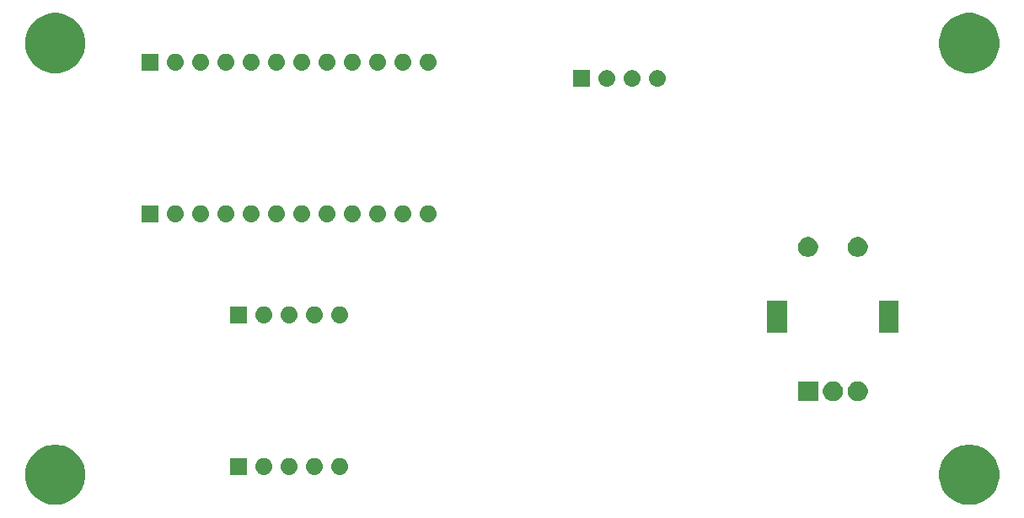
<source format=gbr>
G04 #@! TF.GenerationSoftware,KiCad,Pcbnew,(5.1.2-1)-1*
G04 #@! TF.CreationDate,2019-12-08T19:46:08-05:00*
G04 #@! TF.ProjectId,GR_AVR_Programmer,47525f41-5652-45f5-9072-6f6772616d6d,rev?*
G04 #@! TF.SameCoordinates,Original*
G04 #@! TF.FileFunction,Soldermask,Bot*
G04 #@! TF.FilePolarity,Negative*
%FSLAX46Y46*%
G04 Gerber Fmt 4.6, Leading zero omitted, Abs format (unit mm)*
G04 Created by KiCad (PCBNEW (5.1.2-1)-1) date 2019-12-08 19:46:08*
%MOMM*%
%LPD*%
G04 APERTURE LIST*
%ADD10C,0.152400*%
G04 APERTURE END LIST*
D10*
G36*
X184485172Y-89338028D02*
G01*
X184776902Y-89396057D01*
X185326507Y-89623711D01*
X185821139Y-89954213D01*
X186241787Y-90374861D01*
X186572289Y-90869493D01*
X186799943Y-91419098D01*
X186916000Y-92002557D01*
X186916000Y-92597443D01*
X186799943Y-93180902D01*
X186572289Y-93730507D01*
X186241787Y-94225139D01*
X185821139Y-94645787D01*
X185326507Y-94976289D01*
X184776902Y-95203943D01*
X184485173Y-95261971D01*
X184193444Y-95320000D01*
X183598556Y-95320000D01*
X183306827Y-95261971D01*
X183015098Y-95203943D01*
X182465493Y-94976289D01*
X181970861Y-94645787D01*
X181550213Y-94225139D01*
X181219711Y-93730507D01*
X180992057Y-93180902D01*
X180876000Y-92597443D01*
X180876000Y-92002557D01*
X180992057Y-91419098D01*
X181219711Y-90869493D01*
X181550213Y-90374861D01*
X181970861Y-89954213D01*
X182465493Y-89623711D01*
X183015098Y-89396057D01*
X183306828Y-89338028D01*
X183598556Y-89280000D01*
X184193444Y-89280000D01*
X184485172Y-89338028D01*
X184485172Y-89338028D01*
G37*
G36*
X92664172Y-89338028D02*
G01*
X92955902Y-89396057D01*
X93505507Y-89623711D01*
X94000139Y-89954213D01*
X94420787Y-90374861D01*
X94751289Y-90869493D01*
X94978943Y-91419098D01*
X95095000Y-92002557D01*
X95095000Y-92597443D01*
X94978943Y-93180902D01*
X94751289Y-93730507D01*
X94420787Y-94225139D01*
X94000139Y-94645787D01*
X93505507Y-94976289D01*
X92955902Y-95203943D01*
X92664173Y-95261971D01*
X92372444Y-95320000D01*
X91777556Y-95320000D01*
X91485827Y-95261971D01*
X91194098Y-95203943D01*
X90644493Y-94976289D01*
X90149861Y-94645787D01*
X89729213Y-94225139D01*
X89398711Y-93730507D01*
X89171057Y-93180902D01*
X89055000Y-92597443D01*
X89055000Y-92002557D01*
X89171057Y-91419098D01*
X89398711Y-90869493D01*
X89729213Y-90374861D01*
X90149861Y-89954213D01*
X90644493Y-89623711D01*
X91194098Y-89396057D01*
X91485828Y-89338028D01*
X91777556Y-89280000D01*
X92372444Y-89280000D01*
X92664172Y-89338028D01*
X92664172Y-89338028D01*
G37*
G36*
X120816633Y-90602300D02*
G01*
X120944810Y-90641182D01*
X120976855Y-90650903D01*
X121016319Y-90671997D01*
X121124518Y-90729830D01*
X121253948Y-90836052D01*
X121360170Y-90965482D01*
X121418003Y-91073682D01*
X121439097Y-91113145D01*
X121439097Y-91113146D01*
X121487700Y-91273367D01*
X121504112Y-91440000D01*
X121487700Y-91606633D01*
X121448818Y-91734810D01*
X121439097Y-91766855D01*
X121418003Y-91806318D01*
X121360170Y-91914518D01*
X121253948Y-92043948D01*
X121124518Y-92150170D01*
X121016319Y-92208003D01*
X120976855Y-92229097D01*
X120944810Y-92238818D01*
X120816633Y-92277700D01*
X120691753Y-92290000D01*
X120608247Y-92290000D01*
X120483367Y-92277700D01*
X120355190Y-92238818D01*
X120323145Y-92229097D01*
X120283682Y-92208003D01*
X120175482Y-92150170D01*
X120046052Y-92043948D01*
X119939830Y-91914518D01*
X119881997Y-91806318D01*
X119860903Y-91766855D01*
X119851182Y-91734810D01*
X119812300Y-91606633D01*
X119795888Y-91440000D01*
X119812300Y-91273367D01*
X119860903Y-91113146D01*
X119860903Y-91113145D01*
X119881997Y-91073682D01*
X119939830Y-90965482D01*
X120046052Y-90836052D01*
X120175482Y-90729830D01*
X120283682Y-90671997D01*
X120323145Y-90650903D01*
X120355190Y-90641182D01*
X120483367Y-90602300D01*
X120608247Y-90590000D01*
X120691753Y-90590000D01*
X120816633Y-90602300D01*
X120816633Y-90602300D01*
G37*
G36*
X118276633Y-90602300D02*
G01*
X118404810Y-90641182D01*
X118436855Y-90650903D01*
X118476319Y-90671997D01*
X118584518Y-90729830D01*
X118713948Y-90836052D01*
X118820170Y-90965482D01*
X118878003Y-91073682D01*
X118899097Y-91113145D01*
X118899097Y-91113146D01*
X118947700Y-91273367D01*
X118964112Y-91440000D01*
X118947700Y-91606633D01*
X118908818Y-91734810D01*
X118899097Y-91766855D01*
X118878003Y-91806318D01*
X118820170Y-91914518D01*
X118713948Y-92043948D01*
X118584518Y-92150170D01*
X118476319Y-92208003D01*
X118436855Y-92229097D01*
X118404810Y-92238818D01*
X118276633Y-92277700D01*
X118151753Y-92290000D01*
X118068247Y-92290000D01*
X117943367Y-92277700D01*
X117815190Y-92238818D01*
X117783145Y-92229097D01*
X117743682Y-92208003D01*
X117635482Y-92150170D01*
X117506052Y-92043948D01*
X117399830Y-91914518D01*
X117341997Y-91806318D01*
X117320903Y-91766855D01*
X117311182Y-91734810D01*
X117272300Y-91606633D01*
X117255888Y-91440000D01*
X117272300Y-91273367D01*
X117320903Y-91113146D01*
X117320903Y-91113145D01*
X117341997Y-91073682D01*
X117399830Y-90965482D01*
X117506052Y-90836052D01*
X117635482Y-90729830D01*
X117743682Y-90671997D01*
X117783145Y-90650903D01*
X117815190Y-90641182D01*
X117943367Y-90602300D01*
X118068247Y-90590000D01*
X118151753Y-90590000D01*
X118276633Y-90602300D01*
X118276633Y-90602300D01*
G37*
G36*
X115736633Y-90602300D02*
G01*
X115864810Y-90641182D01*
X115896855Y-90650903D01*
X115936319Y-90671997D01*
X116044518Y-90729830D01*
X116173948Y-90836052D01*
X116280170Y-90965482D01*
X116338003Y-91073682D01*
X116359097Y-91113145D01*
X116359097Y-91113146D01*
X116407700Y-91273367D01*
X116424112Y-91440000D01*
X116407700Y-91606633D01*
X116368818Y-91734810D01*
X116359097Y-91766855D01*
X116338003Y-91806318D01*
X116280170Y-91914518D01*
X116173948Y-92043948D01*
X116044518Y-92150170D01*
X115936319Y-92208003D01*
X115896855Y-92229097D01*
X115864810Y-92238818D01*
X115736633Y-92277700D01*
X115611753Y-92290000D01*
X115528247Y-92290000D01*
X115403367Y-92277700D01*
X115275190Y-92238818D01*
X115243145Y-92229097D01*
X115203682Y-92208003D01*
X115095482Y-92150170D01*
X114966052Y-92043948D01*
X114859830Y-91914518D01*
X114801997Y-91806318D01*
X114780903Y-91766855D01*
X114771182Y-91734810D01*
X114732300Y-91606633D01*
X114715888Y-91440000D01*
X114732300Y-91273367D01*
X114780903Y-91113146D01*
X114780903Y-91113145D01*
X114801997Y-91073682D01*
X114859830Y-90965482D01*
X114966052Y-90836052D01*
X115095482Y-90729830D01*
X115203682Y-90671997D01*
X115243145Y-90650903D01*
X115275190Y-90641182D01*
X115403367Y-90602300D01*
X115528247Y-90590000D01*
X115611753Y-90590000D01*
X115736633Y-90602300D01*
X115736633Y-90602300D01*
G37*
G36*
X113196633Y-90602300D02*
G01*
X113324810Y-90641182D01*
X113356855Y-90650903D01*
X113396319Y-90671997D01*
X113504518Y-90729830D01*
X113633948Y-90836052D01*
X113740170Y-90965482D01*
X113798003Y-91073681D01*
X113819097Y-91113145D01*
X113819097Y-91113146D01*
X113867700Y-91273367D01*
X113884112Y-91440000D01*
X113867700Y-91606633D01*
X113828818Y-91734810D01*
X113819097Y-91766855D01*
X113798003Y-91806318D01*
X113740170Y-91914518D01*
X113633948Y-92043948D01*
X113504518Y-92150170D01*
X113396319Y-92208003D01*
X113356855Y-92229097D01*
X113324810Y-92238818D01*
X113196633Y-92277700D01*
X113071753Y-92290000D01*
X112988247Y-92290000D01*
X112863367Y-92277700D01*
X112735190Y-92238818D01*
X112703145Y-92229097D01*
X112663682Y-92208003D01*
X112555482Y-92150170D01*
X112426052Y-92043948D01*
X112319830Y-91914518D01*
X112261997Y-91806318D01*
X112240903Y-91766855D01*
X112231182Y-91734810D01*
X112192300Y-91606633D01*
X112175888Y-91440000D01*
X112192300Y-91273367D01*
X112240903Y-91113146D01*
X112240903Y-91113145D01*
X112261997Y-91073682D01*
X112319830Y-90965482D01*
X112426052Y-90836052D01*
X112555482Y-90729830D01*
X112663682Y-90671997D01*
X112703145Y-90650903D01*
X112735190Y-90641182D01*
X112863367Y-90602300D01*
X112988247Y-90590000D01*
X113071753Y-90590000D01*
X113196633Y-90602300D01*
X113196633Y-90602300D01*
G37*
G36*
X111340000Y-92290000D02*
G01*
X109640000Y-92290000D01*
X109640000Y-90590000D01*
X111340000Y-90590000D01*
X111340000Y-92290000D01*
X111340000Y-92290000D01*
G37*
G36*
X168700960Y-84886040D02*
G01*
X166700960Y-84886040D01*
X166700960Y-82886040D01*
X168700960Y-82886040D01*
X168700960Y-84886040D01*
X168700960Y-84886040D01*
G37*
G36*
X170492649Y-82924469D02*
G01*
X170674638Y-82999851D01*
X170838423Y-83109289D01*
X170977711Y-83248577D01*
X171087149Y-83412362D01*
X171162531Y-83594351D01*
X171200960Y-83787549D01*
X171200960Y-83984531D01*
X171162531Y-84177729D01*
X171087149Y-84359718D01*
X170977711Y-84523503D01*
X170838423Y-84662791D01*
X170674638Y-84772229D01*
X170492649Y-84847611D01*
X170299451Y-84886040D01*
X170102469Y-84886040D01*
X169909271Y-84847611D01*
X169727282Y-84772229D01*
X169563497Y-84662791D01*
X169424209Y-84523503D01*
X169314771Y-84359718D01*
X169239389Y-84177729D01*
X169200960Y-83984531D01*
X169200960Y-83787549D01*
X169239389Y-83594351D01*
X169314771Y-83412362D01*
X169424209Y-83248577D01*
X169563497Y-83109289D01*
X169727282Y-82999851D01*
X169909271Y-82924469D01*
X170102469Y-82886040D01*
X170299451Y-82886040D01*
X170492649Y-82924469D01*
X170492649Y-82924469D01*
G37*
G36*
X172992649Y-82924469D02*
G01*
X173174638Y-82999851D01*
X173338423Y-83109289D01*
X173477711Y-83248577D01*
X173587149Y-83412362D01*
X173662531Y-83594351D01*
X173700960Y-83787549D01*
X173700960Y-83984531D01*
X173662531Y-84177729D01*
X173587149Y-84359718D01*
X173477711Y-84523503D01*
X173338423Y-84662791D01*
X173174638Y-84772229D01*
X172992649Y-84847611D01*
X172799451Y-84886040D01*
X172602469Y-84886040D01*
X172409271Y-84847611D01*
X172227282Y-84772229D01*
X172063497Y-84662791D01*
X171924209Y-84523503D01*
X171814771Y-84359718D01*
X171739389Y-84177729D01*
X171700960Y-83984531D01*
X171700960Y-83787549D01*
X171739389Y-83594351D01*
X171814771Y-83412362D01*
X171924209Y-83248577D01*
X172063497Y-83109289D01*
X172227282Y-82999851D01*
X172409271Y-82924469D01*
X172602469Y-82886040D01*
X172799451Y-82886040D01*
X172992649Y-82924469D01*
X172992649Y-82924469D01*
G37*
G36*
X165600960Y-77986040D02*
G01*
X163600960Y-77986040D01*
X163600960Y-74786040D01*
X165600960Y-74786040D01*
X165600960Y-77986040D01*
X165600960Y-77986040D01*
G37*
G36*
X176800960Y-77986040D02*
G01*
X174800960Y-77986040D01*
X174800960Y-74786040D01*
X176800960Y-74786040D01*
X176800960Y-77986040D01*
X176800960Y-77986040D01*
G37*
G36*
X113196633Y-75362300D02*
G01*
X113324810Y-75401182D01*
X113356855Y-75410903D01*
X113396319Y-75431997D01*
X113504518Y-75489830D01*
X113633948Y-75596052D01*
X113740170Y-75725482D01*
X113798003Y-75833682D01*
X113819097Y-75873145D01*
X113819097Y-75873146D01*
X113867700Y-76033367D01*
X113884112Y-76200000D01*
X113867700Y-76366633D01*
X113828818Y-76494810D01*
X113819097Y-76526855D01*
X113798003Y-76566318D01*
X113740170Y-76674518D01*
X113633948Y-76803948D01*
X113504518Y-76910170D01*
X113396319Y-76968003D01*
X113356855Y-76989097D01*
X113324810Y-76998818D01*
X113196633Y-77037700D01*
X113071753Y-77050000D01*
X112988247Y-77050000D01*
X112863367Y-77037700D01*
X112735190Y-76998818D01*
X112703145Y-76989097D01*
X112663681Y-76968003D01*
X112555482Y-76910170D01*
X112426052Y-76803948D01*
X112319830Y-76674518D01*
X112261997Y-76566318D01*
X112240903Y-76526855D01*
X112231182Y-76494810D01*
X112192300Y-76366633D01*
X112175888Y-76200000D01*
X112192300Y-76033367D01*
X112240903Y-75873146D01*
X112240903Y-75873145D01*
X112261997Y-75833682D01*
X112319830Y-75725482D01*
X112426052Y-75596052D01*
X112555482Y-75489830D01*
X112663681Y-75431997D01*
X112703145Y-75410903D01*
X112735190Y-75401182D01*
X112863367Y-75362300D01*
X112988247Y-75350000D01*
X113071753Y-75350000D01*
X113196633Y-75362300D01*
X113196633Y-75362300D01*
G37*
G36*
X111340000Y-77050000D02*
G01*
X109640000Y-77050000D01*
X109640000Y-75350000D01*
X111340000Y-75350000D01*
X111340000Y-77050000D01*
X111340000Y-77050000D01*
G37*
G36*
X115736633Y-75362300D02*
G01*
X115864810Y-75401182D01*
X115896855Y-75410903D01*
X115936319Y-75431997D01*
X116044518Y-75489830D01*
X116173948Y-75596052D01*
X116280170Y-75725482D01*
X116338003Y-75833682D01*
X116359097Y-75873145D01*
X116359097Y-75873146D01*
X116407700Y-76033367D01*
X116424112Y-76200000D01*
X116407700Y-76366633D01*
X116368818Y-76494810D01*
X116359097Y-76526855D01*
X116338003Y-76566318D01*
X116280170Y-76674518D01*
X116173948Y-76803948D01*
X116044518Y-76910170D01*
X115936319Y-76968003D01*
X115896855Y-76989097D01*
X115864810Y-76998818D01*
X115736633Y-77037700D01*
X115611753Y-77050000D01*
X115528247Y-77050000D01*
X115403367Y-77037700D01*
X115275190Y-76998818D01*
X115243145Y-76989097D01*
X115203681Y-76968003D01*
X115095482Y-76910170D01*
X114966052Y-76803948D01*
X114859830Y-76674518D01*
X114801997Y-76566318D01*
X114780903Y-76526855D01*
X114771182Y-76494810D01*
X114732300Y-76366633D01*
X114715888Y-76200000D01*
X114732300Y-76033367D01*
X114780903Y-75873146D01*
X114780903Y-75873145D01*
X114801997Y-75833682D01*
X114859830Y-75725482D01*
X114966052Y-75596052D01*
X115095482Y-75489830D01*
X115203681Y-75431997D01*
X115243145Y-75410903D01*
X115275190Y-75401182D01*
X115403367Y-75362300D01*
X115528247Y-75350000D01*
X115611753Y-75350000D01*
X115736633Y-75362300D01*
X115736633Y-75362300D01*
G37*
G36*
X118276633Y-75362300D02*
G01*
X118404810Y-75401182D01*
X118436855Y-75410903D01*
X118476319Y-75431997D01*
X118584518Y-75489830D01*
X118713948Y-75596052D01*
X118820170Y-75725482D01*
X118878003Y-75833682D01*
X118899097Y-75873145D01*
X118899097Y-75873146D01*
X118947700Y-76033367D01*
X118964112Y-76200000D01*
X118947700Y-76366633D01*
X118908818Y-76494810D01*
X118899097Y-76526855D01*
X118878003Y-76566318D01*
X118820170Y-76674518D01*
X118713948Y-76803948D01*
X118584518Y-76910170D01*
X118476319Y-76968003D01*
X118436855Y-76989097D01*
X118404810Y-76998818D01*
X118276633Y-77037700D01*
X118151753Y-77050000D01*
X118068247Y-77050000D01*
X117943367Y-77037700D01*
X117815190Y-76998818D01*
X117783145Y-76989097D01*
X117743681Y-76968003D01*
X117635482Y-76910170D01*
X117506052Y-76803948D01*
X117399830Y-76674518D01*
X117341997Y-76566318D01*
X117320903Y-76526855D01*
X117311182Y-76494810D01*
X117272300Y-76366633D01*
X117255888Y-76200000D01*
X117272300Y-76033367D01*
X117320903Y-75873146D01*
X117320903Y-75873145D01*
X117341997Y-75833682D01*
X117399830Y-75725482D01*
X117506052Y-75596052D01*
X117635482Y-75489830D01*
X117743681Y-75431997D01*
X117783145Y-75410903D01*
X117815190Y-75401182D01*
X117943367Y-75362300D01*
X118068247Y-75350000D01*
X118151753Y-75350000D01*
X118276633Y-75362300D01*
X118276633Y-75362300D01*
G37*
G36*
X120816633Y-75362300D02*
G01*
X120944810Y-75401182D01*
X120976855Y-75410903D01*
X121016319Y-75431997D01*
X121124518Y-75489830D01*
X121253948Y-75596052D01*
X121360170Y-75725482D01*
X121418003Y-75833682D01*
X121439097Y-75873145D01*
X121439097Y-75873146D01*
X121487700Y-76033367D01*
X121504112Y-76200000D01*
X121487700Y-76366633D01*
X121448818Y-76494810D01*
X121439097Y-76526855D01*
X121418003Y-76566318D01*
X121360170Y-76674518D01*
X121253948Y-76803948D01*
X121124518Y-76910170D01*
X121016319Y-76968003D01*
X120976855Y-76989097D01*
X120944810Y-76998818D01*
X120816633Y-77037700D01*
X120691753Y-77050000D01*
X120608247Y-77050000D01*
X120483367Y-77037700D01*
X120355190Y-76998818D01*
X120323145Y-76989097D01*
X120283681Y-76968003D01*
X120175482Y-76910170D01*
X120046052Y-76803948D01*
X119939830Y-76674518D01*
X119881997Y-76566318D01*
X119860903Y-76526855D01*
X119851182Y-76494810D01*
X119812300Y-76366633D01*
X119795888Y-76200000D01*
X119812300Y-76033367D01*
X119860903Y-75873146D01*
X119860903Y-75873145D01*
X119881997Y-75833682D01*
X119939830Y-75725482D01*
X120046052Y-75596052D01*
X120175482Y-75489830D01*
X120283681Y-75431997D01*
X120323145Y-75410903D01*
X120355190Y-75401182D01*
X120483367Y-75362300D01*
X120608247Y-75350000D01*
X120691753Y-75350000D01*
X120816633Y-75362300D01*
X120816633Y-75362300D01*
G37*
G36*
X172992649Y-68424469D02*
G01*
X173174638Y-68499851D01*
X173338423Y-68609289D01*
X173477711Y-68748577D01*
X173587149Y-68912362D01*
X173662531Y-69094351D01*
X173700960Y-69287549D01*
X173700960Y-69484531D01*
X173662531Y-69677729D01*
X173587149Y-69859718D01*
X173477711Y-70023503D01*
X173338423Y-70162791D01*
X173174638Y-70272229D01*
X172992649Y-70347611D01*
X172799451Y-70386040D01*
X172602469Y-70386040D01*
X172409271Y-70347611D01*
X172227282Y-70272229D01*
X172063497Y-70162791D01*
X171924209Y-70023503D01*
X171814771Y-69859718D01*
X171739389Y-69677729D01*
X171700960Y-69484531D01*
X171700960Y-69287549D01*
X171739389Y-69094351D01*
X171814771Y-68912362D01*
X171924209Y-68748577D01*
X172063497Y-68609289D01*
X172227282Y-68499851D01*
X172409271Y-68424469D01*
X172602469Y-68386040D01*
X172799451Y-68386040D01*
X172992649Y-68424469D01*
X172992649Y-68424469D01*
G37*
G36*
X167992649Y-68424469D02*
G01*
X168174638Y-68499851D01*
X168338423Y-68609289D01*
X168477711Y-68748577D01*
X168587149Y-68912362D01*
X168662531Y-69094351D01*
X168700960Y-69287549D01*
X168700960Y-69484531D01*
X168662531Y-69677729D01*
X168587149Y-69859718D01*
X168477711Y-70023503D01*
X168338423Y-70162791D01*
X168174638Y-70272229D01*
X167992649Y-70347611D01*
X167799451Y-70386040D01*
X167602469Y-70386040D01*
X167409271Y-70347611D01*
X167227282Y-70272229D01*
X167063497Y-70162791D01*
X166924209Y-70023503D01*
X166814771Y-69859718D01*
X166739389Y-69677729D01*
X166700960Y-69484531D01*
X166700960Y-69287549D01*
X166739389Y-69094351D01*
X166814771Y-68912362D01*
X166924209Y-68748577D01*
X167063497Y-68609289D01*
X167227282Y-68499851D01*
X167409271Y-68424469D01*
X167602469Y-68386040D01*
X167799451Y-68386040D01*
X167992649Y-68424469D01*
X167992649Y-68424469D01*
G37*
G36*
X109386633Y-65202300D02*
G01*
X109514810Y-65241182D01*
X109546855Y-65250903D01*
X109586318Y-65271997D01*
X109694518Y-65329830D01*
X109823948Y-65436052D01*
X109930170Y-65565482D01*
X109988003Y-65673682D01*
X110009097Y-65713145D01*
X110009097Y-65713146D01*
X110057700Y-65873367D01*
X110074112Y-66040000D01*
X110057700Y-66206633D01*
X110018818Y-66334810D01*
X110009097Y-66366855D01*
X109988003Y-66406318D01*
X109930170Y-66514518D01*
X109823948Y-66643948D01*
X109694518Y-66750170D01*
X109586319Y-66808003D01*
X109546855Y-66829097D01*
X109514810Y-66838818D01*
X109386633Y-66877700D01*
X109261753Y-66890000D01*
X109178247Y-66890000D01*
X109053367Y-66877700D01*
X108925190Y-66838818D01*
X108893145Y-66829097D01*
X108853681Y-66808003D01*
X108745482Y-66750170D01*
X108616052Y-66643948D01*
X108509830Y-66514518D01*
X108451997Y-66406318D01*
X108430903Y-66366855D01*
X108421182Y-66334810D01*
X108382300Y-66206633D01*
X108365888Y-66040000D01*
X108382300Y-65873367D01*
X108430903Y-65713146D01*
X108430903Y-65713145D01*
X108451997Y-65673682D01*
X108509830Y-65565482D01*
X108616052Y-65436052D01*
X108745482Y-65329830D01*
X108853682Y-65271997D01*
X108893145Y-65250903D01*
X108925190Y-65241182D01*
X109053367Y-65202300D01*
X109178247Y-65190000D01*
X109261753Y-65190000D01*
X109386633Y-65202300D01*
X109386633Y-65202300D01*
G37*
G36*
X114466633Y-65202300D02*
G01*
X114594810Y-65241182D01*
X114626855Y-65250903D01*
X114666318Y-65271997D01*
X114774518Y-65329830D01*
X114903948Y-65436052D01*
X115010170Y-65565482D01*
X115068003Y-65673682D01*
X115089097Y-65713145D01*
X115089097Y-65713146D01*
X115137700Y-65873367D01*
X115154112Y-66040000D01*
X115137700Y-66206633D01*
X115098818Y-66334810D01*
X115089097Y-66366855D01*
X115068003Y-66406318D01*
X115010170Y-66514518D01*
X114903948Y-66643948D01*
X114774518Y-66750170D01*
X114666319Y-66808003D01*
X114626855Y-66829097D01*
X114594810Y-66838818D01*
X114466633Y-66877700D01*
X114341753Y-66890000D01*
X114258247Y-66890000D01*
X114133367Y-66877700D01*
X114005190Y-66838818D01*
X113973145Y-66829097D01*
X113933681Y-66808003D01*
X113825482Y-66750170D01*
X113696052Y-66643948D01*
X113589830Y-66514518D01*
X113531997Y-66406318D01*
X113510903Y-66366855D01*
X113501182Y-66334810D01*
X113462300Y-66206633D01*
X113445888Y-66040000D01*
X113462300Y-65873367D01*
X113510903Y-65713146D01*
X113510903Y-65713145D01*
X113531997Y-65673682D01*
X113589830Y-65565482D01*
X113696052Y-65436052D01*
X113825482Y-65329830D01*
X113933682Y-65271997D01*
X113973145Y-65250903D01*
X114005190Y-65241182D01*
X114133367Y-65202300D01*
X114258247Y-65190000D01*
X114341753Y-65190000D01*
X114466633Y-65202300D01*
X114466633Y-65202300D01*
G37*
G36*
X129706633Y-65202300D02*
G01*
X129834810Y-65241182D01*
X129866855Y-65250903D01*
X129906318Y-65271997D01*
X130014518Y-65329830D01*
X130143948Y-65436052D01*
X130250170Y-65565482D01*
X130308003Y-65673682D01*
X130329097Y-65713145D01*
X130329097Y-65713146D01*
X130377700Y-65873367D01*
X130394112Y-66040000D01*
X130377700Y-66206633D01*
X130338818Y-66334810D01*
X130329097Y-66366855D01*
X130308003Y-66406318D01*
X130250170Y-66514518D01*
X130143948Y-66643948D01*
X130014518Y-66750170D01*
X129906319Y-66808003D01*
X129866855Y-66829097D01*
X129834810Y-66838818D01*
X129706633Y-66877700D01*
X129581753Y-66890000D01*
X129498247Y-66890000D01*
X129373367Y-66877700D01*
X129245190Y-66838818D01*
X129213145Y-66829097D01*
X129173681Y-66808003D01*
X129065482Y-66750170D01*
X128936052Y-66643948D01*
X128829830Y-66514518D01*
X128771997Y-66406318D01*
X128750903Y-66366855D01*
X128741182Y-66334810D01*
X128702300Y-66206633D01*
X128685888Y-66040000D01*
X128702300Y-65873367D01*
X128750903Y-65713146D01*
X128750903Y-65713145D01*
X128771997Y-65673682D01*
X128829830Y-65565482D01*
X128936052Y-65436052D01*
X129065482Y-65329830D01*
X129173682Y-65271997D01*
X129213145Y-65250903D01*
X129245190Y-65241182D01*
X129373367Y-65202300D01*
X129498247Y-65190000D01*
X129581753Y-65190000D01*
X129706633Y-65202300D01*
X129706633Y-65202300D01*
G37*
G36*
X127166633Y-65202300D02*
G01*
X127294810Y-65241182D01*
X127326855Y-65250903D01*
X127366318Y-65271997D01*
X127474518Y-65329830D01*
X127603948Y-65436052D01*
X127710170Y-65565482D01*
X127768003Y-65673682D01*
X127789097Y-65713145D01*
X127789097Y-65713146D01*
X127837700Y-65873367D01*
X127854112Y-66040000D01*
X127837700Y-66206633D01*
X127798818Y-66334810D01*
X127789097Y-66366855D01*
X127768003Y-66406318D01*
X127710170Y-66514518D01*
X127603948Y-66643948D01*
X127474518Y-66750170D01*
X127366319Y-66808003D01*
X127326855Y-66829097D01*
X127294810Y-66838818D01*
X127166633Y-66877700D01*
X127041753Y-66890000D01*
X126958247Y-66890000D01*
X126833367Y-66877700D01*
X126705190Y-66838818D01*
X126673145Y-66829097D01*
X126633681Y-66808003D01*
X126525482Y-66750170D01*
X126396052Y-66643948D01*
X126289830Y-66514518D01*
X126231997Y-66406318D01*
X126210903Y-66366855D01*
X126201182Y-66334810D01*
X126162300Y-66206633D01*
X126145888Y-66040000D01*
X126162300Y-65873367D01*
X126210903Y-65713146D01*
X126210903Y-65713145D01*
X126231997Y-65673682D01*
X126289830Y-65565482D01*
X126396052Y-65436052D01*
X126525482Y-65329830D01*
X126633682Y-65271997D01*
X126673145Y-65250903D01*
X126705190Y-65241182D01*
X126833367Y-65202300D01*
X126958247Y-65190000D01*
X127041753Y-65190000D01*
X127166633Y-65202300D01*
X127166633Y-65202300D01*
G37*
G36*
X124626633Y-65202300D02*
G01*
X124754810Y-65241182D01*
X124786855Y-65250903D01*
X124826318Y-65271997D01*
X124934518Y-65329830D01*
X125063948Y-65436052D01*
X125170170Y-65565482D01*
X125228003Y-65673682D01*
X125249097Y-65713145D01*
X125249097Y-65713146D01*
X125297700Y-65873367D01*
X125314112Y-66040000D01*
X125297700Y-66206633D01*
X125258818Y-66334810D01*
X125249097Y-66366855D01*
X125228003Y-66406318D01*
X125170170Y-66514518D01*
X125063948Y-66643948D01*
X124934518Y-66750170D01*
X124826319Y-66808003D01*
X124786855Y-66829097D01*
X124754810Y-66838818D01*
X124626633Y-66877700D01*
X124501753Y-66890000D01*
X124418247Y-66890000D01*
X124293367Y-66877700D01*
X124165190Y-66838818D01*
X124133145Y-66829097D01*
X124093681Y-66808003D01*
X123985482Y-66750170D01*
X123856052Y-66643948D01*
X123749830Y-66514518D01*
X123691997Y-66406318D01*
X123670903Y-66366855D01*
X123661182Y-66334810D01*
X123622300Y-66206633D01*
X123605888Y-66040000D01*
X123622300Y-65873367D01*
X123670903Y-65713146D01*
X123670903Y-65713145D01*
X123691997Y-65673682D01*
X123749830Y-65565482D01*
X123856052Y-65436052D01*
X123985482Y-65329830D01*
X124093682Y-65271997D01*
X124133145Y-65250903D01*
X124165190Y-65241182D01*
X124293367Y-65202300D01*
X124418247Y-65190000D01*
X124501753Y-65190000D01*
X124626633Y-65202300D01*
X124626633Y-65202300D01*
G37*
G36*
X122086633Y-65202300D02*
G01*
X122214810Y-65241182D01*
X122246855Y-65250903D01*
X122286318Y-65271997D01*
X122394518Y-65329830D01*
X122523948Y-65436052D01*
X122630170Y-65565482D01*
X122688003Y-65673682D01*
X122709097Y-65713145D01*
X122709097Y-65713146D01*
X122757700Y-65873367D01*
X122774112Y-66040000D01*
X122757700Y-66206633D01*
X122718818Y-66334810D01*
X122709097Y-66366855D01*
X122688003Y-66406318D01*
X122630170Y-66514518D01*
X122523948Y-66643948D01*
X122394518Y-66750170D01*
X122286319Y-66808003D01*
X122246855Y-66829097D01*
X122214810Y-66838818D01*
X122086633Y-66877700D01*
X121961753Y-66890000D01*
X121878247Y-66890000D01*
X121753367Y-66877700D01*
X121625190Y-66838818D01*
X121593145Y-66829097D01*
X121553681Y-66808003D01*
X121445482Y-66750170D01*
X121316052Y-66643948D01*
X121209830Y-66514518D01*
X121151997Y-66406318D01*
X121130903Y-66366855D01*
X121121182Y-66334810D01*
X121082300Y-66206633D01*
X121065888Y-66040000D01*
X121082300Y-65873367D01*
X121130903Y-65713146D01*
X121130903Y-65713145D01*
X121151997Y-65673682D01*
X121209830Y-65565482D01*
X121316052Y-65436052D01*
X121445482Y-65329830D01*
X121553682Y-65271997D01*
X121593145Y-65250903D01*
X121625190Y-65241182D01*
X121753367Y-65202300D01*
X121878247Y-65190000D01*
X121961753Y-65190000D01*
X122086633Y-65202300D01*
X122086633Y-65202300D01*
G37*
G36*
X119546633Y-65202300D02*
G01*
X119674810Y-65241182D01*
X119706855Y-65250903D01*
X119746318Y-65271997D01*
X119854518Y-65329830D01*
X119983948Y-65436052D01*
X120090170Y-65565482D01*
X120148003Y-65673682D01*
X120169097Y-65713145D01*
X120169097Y-65713146D01*
X120217700Y-65873367D01*
X120234112Y-66040000D01*
X120217700Y-66206633D01*
X120178818Y-66334810D01*
X120169097Y-66366855D01*
X120148003Y-66406318D01*
X120090170Y-66514518D01*
X119983948Y-66643948D01*
X119854518Y-66750170D01*
X119746319Y-66808003D01*
X119706855Y-66829097D01*
X119674810Y-66838818D01*
X119546633Y-66877700D01*
X119421753Y-66890000D01*
X119338247Y-66890000D01*
X119213367Y-66877700D01*
X119085190Y-66838818D01*
X119053145Y-66829097D01*
X119013681Y-66808003D01*
X118905482Y-66750170D01*
X118776052Y-66643948D01*
X118669830Y-66514518D01*
X118611997Y-66406318D01*
X118590903Y-66366855D01*
X118581182Y-66334810D01*
X118542300Y-66206633D01*
X118525888Y-66040000D01*
X118542300Y-65873367D01*
X118590903Y-65713146D01*
X118590903Y-65713145D01*
X118611997Y-65673682D01*
X118669830Y-65565482D01*
X118776052Y-65436052D01*
X118905482Y-65329830D01*
X119013682Y-65271997D01*
X119053145Y-65250903D01*
X119085190Y-65241182D01*
X119213367Y-65202300D01*
X119338247Y-65190000D01*
X119421753Y-65190000D01*
X119546633Y-65202300D01*
X119546633Y-65202300D01*
G37*
G36*
X117006633Y-65202300D02*
G01*
X117134810Y-65241182D01*
X117166855Y-65250903D01*
X117206318Y-65271997D01*
X117314518Y-65329830D01*
X117443948Y-65436052D01*
X117550170Y-65565482D01*
X117608003Y-65673682D01*
X117629097Y-65713145D01*
X117629097Y-65713146D01*
X117677700Y-65873367D01*
X117694112Y-66040000D01*
X117677700Y-66206633D01*
X117638818Y-66334810D01*
X117629097Y-66366855D01*
X117608003Y-66406318D01*
X117550170Y-66514518D01*
X117443948Y-66643948D01*
X117314518Y-66750170D01*
X117206319Y-66808003D01*
X117166855Y-66829097D01*
X117134810Y-66838818D01*
X117006633Y-66877700D01*
X116881753Y-66890000D01*
X116798247Y-66890000D01*
X116673367Y-66877700D01*
X116545190Y-66838818D01*
X116513145Y-66829097D01*
X116473681Y-66808003D01*
X116365482Y-66750170D01*
X116236052Y-66643948D01*
X116129830Y-66514518D01*
X116071997Y-66406318D01*
X116050903Y-66366855D01*
X116041182Y-66334810D01*
X116002300Y-66206633D01*
X115985888Y-66040000D01*
X116002300Y-65873367D01*
X116050903Y-65713146D01*
X116050903Y-65713145D01*
X116071997Y-65673682D01*
X116129830Y-65565482D01*
X116236052Y-65436052D01*
X116365482Y-65329830D01*
X116473682Y-65271997D01*
X116513145Y-65250903D01*
X116545190Y-65241182D01*
X116673367Y-65202300D01*
X116798247Y-65190000D01*
X116881753Y-65190000D01*
X117006633Y-65202300D01*
X117006633Y-65202300D01*
G37*
G36*
X102450000Y-66890000D02*
G01*
X100750000Y-66890000D01*
X100750000Y-65190000D01*
X102450000Y-65190000D01*
X102450000Y-66890000D01*
X102450000Y-66890000D01*
G37*
G36*
X104306633Y-65202300D02*
G01*
X104434810Y-65241182D01*
X104466855Y-65250903D01*
X104506318Y-65271997D01*
X104614518Y-65329830D01*
X104743948Y-65436052D01*
X104850170Y-65565482D01*
X104908003Y-65673682D01*
X104929097Y-65713145D01*
X104929097Y-65713146D01*
X104977700Y-65873367D01*
X104994112Y-66040000D01*
X104977700Y-66206633D01*
X104938818Y-66334810D01*
X104929097Y-66366855D01*
X104908003Y-66406318D01*
X104850170Y-66514518D01*
X104743948Y-66643948D01*
X104614518Y-66750170D01*
X104506319Y-66808003D01*
X104466855Y-66829097D01*
X104434810Y-66838818D01*
X104306633Y-66877700D01*
X104181753Y-66890000D01*
X104098247Y-66890000D01*
X103973367Y-66877700D01*
X103845190Y-66838818D01*
X103813145Y-66829097D01*
X103773681Y-66808003D01*
X103665482Y-66750170D01*
X103536052Y-66643948D01*
X103429830Y-66514518D01*
X103371997Y-66406318D01*
X103350903Y-66366855D01*
X103341182Y-66334810D01*
X103302300Y-66206633D01*
X103285888Y-66040000D01*
X103302300Y-65873367D01*
X103350903Y-65713146D01*
X103350903Y-65713145D01*
X103371997Y-65673682D01*
X103429830Y-65565482D01*
X103536052Y-65436052D01*
X103665482Y-65329830D01*
X103773682Y-65271997D01*
X103813145Y-65250903D01*
X103845190Y-65241182D01*
X103973367Y-65202300D01*
X104098247Y-65190000D01*
X104181753Y-65190000D01*
X104306633Y-65202300D01*
X104306633Y-65202300D01*
G37*
G36*
X106846633Y-65202300D02*
G01*
X106974810Y-65241182D01*
X107006855Y-65250903D01*
X107046318Y-65271997D01*
X107154518Y-65329830D01*
X107283948Y-65436052D01*
X107390170Y-65565482D01*
X107448003Y-65673682D01*
X107469097Y-65713145D01*
X107469097Y-65713146D01*
X107517700Y-65873367D01*
X107534112Y-66040000D01*
X107517700Y-66206633D01*
X107478818Y-66334810D01*
X107469097Y-66366855D01*
X107448003Y-66406318D01*
X107390170Y-66514518D01*
X107283948Y-66643948D01*
X107154518Y-66750170D01*
X107046319Y-66808003D01*
X107006855Y-66829097D01*
X106974810Y-66838818D01*
X106846633Y-66877700D01*
X106721753Y-66890000D01*
X106638247Y-66890000D01*
X106513367Y-66877700D01*
X106385190Y-66838818D01*
X106353145Y-66829097D01*
X106313681Y-66808003D01*
X106205482Y-66750170D01*
X106076052Y-66643948D01*
X105969830Y-66514518D01*
X105911997Y-66406318D01*
X105890903Y-66366855D01*
X105881182Y-66334810D01*
X105842300Y-66206633D01*
X105825888Y-66040000D01*
X105842300Y-65873367D01*
X105890903Y-65713146D01*
X105890903Y-65713145D01*
X105911997Y-65673682D01*
X105969830Y-65565482D01*
X106076052Y-65436052D01*
X106205482Y-65329830D01*
X106313682Y-65271997D01*
X106353145Y-65250903D01*
X106385190Y-65241182D01*
X106513367Y-65202300D01*
X106638247Y-65190000D01*
X106721753Y-65190000D01*
X106846633Y-65202300D01*
X106846633Y-65202300D01*
G37*
G36*
X111926633Y-65202300D02*
G01*
X112054810Y-65241182D01*
X112086855Y-65250903D01*
X112126318Y-65271997D01*
X112234518Y-65329830D01*
X112363948Y-65436052D01*
X112470170Y-65565482D01*
X112528003Y-65673682D01*
X112549097Y-65713145D01*
X112549097Y-65713146D01*
X112597700Y-65873367D01*
X112614112Y-66040000D01*
X112597700Y-66206633D01*
X112558818Y-66334810D01*
X112549097Y-66366855D01*
X112528003Y-66406318D01*
X112470170Y-66514518D01*
X112363948Y-66643948D01*
X112234518Y-66750170D01*
X112126319Y-66808003D01*
X112086855Y-66829097D01*
X112054810Y-66838818D01*
X111926633Y-66877700D01*
X111801753Y-66890000D01*
X111718247Y-66890000D01*
X111593367Y-66877700D01*
X111465190Y-66838818D01*
X111433145Y-66829097D01*
X111393681Y-66808003D01*
X111285482Y-66750170D01*
X111156052Y-66643948D01*
X111049830Y-66514518D01*
X110991997Y-66406318D01*
X110970903Y-66366855D01*
X110961182Y-66334810D01*
X110922300Y-66206633D01*
X110905888Y-66040000D01*
X110922300Y-65873367D01*
X110970903Y-65713146D01*
X110970903Y-65713145D01*
X110991997Y-65673682D01*
X111049830Y-65565482D01*
X111156052Y-65436052D01*
X111285482Y-65329830D01*
X111393682Y-65271997D01*
X111433145Y-65250903D01*
X111465190Y-65241182D01*
X111593367Y-65202300D01*
X111718247Y-65190000D01*
X111801753Y-65190000D01*
X111926633Y-65202300D01*
X111926633Y-65202300D01*
G37*
G36*
X145797640Y-53285760D02*
G01*
X144097640Y-53285760D01*
X144097640Y-51585760D01*
X145797640Y-51585760D01*
X145797640Y-53285760D01*
X145797640Y-53285760D01*
G37*
G36*
X147654273Y-51598060D02*
G01*
X147782450Y-51636942D01*
X147814495Y-51646663D01*
X147853959Y-51667757D01*
X147962158Y-51725590D01*
X148091588Y-51831812D01*
X148197810Y-51961242D01*
X148255643Y-52069442D01*
X148276737Y-52108905D01*
X148276737Y-52108906D01*
X148325340Y-52269127D01*
X148341752Y-52435760D01*
X148325340Y-52602393D01*
X148286458Y-52730570D01*
X148276737Y-52762615D01*
X148255643Y-52802079D01*
X148197810Y-52910278D01*
X148091588Y-53039708D01*
X147962158Y-53145930D01*
X147853958Y-53203763D01*
X147814495Y-53224857D01*
X147782450Y-53234578D01*
X147654273Y-53273460D01*
X147529393Y-53285760D01*
X147445887Y-53285760D01*
X147321007Y-53273460D01*
X147192830Y-53234578D01*
X147160785Y-53224857D01*
X147121322Y-53203763D01*
X147013122Y-53145930D01*
X146883692Y-53039708D01*
X146777470Y-52910278D01*
X146719637Y-52802078D01*
X146698543Y-52762615D01*
X146688822Y-52730570D01*
X146649940Y-52602393D01*
X146633528Y-52435760D01*
X146649940Y-52269127D01*
X146698543Y-52108906D01*
X146698543Y-52108905D01*
X146719637Y-52069441D01*
X146777470Y-51961242D01*
X146883692Y-51831812D01*
X147013122Y-51725590D01*
X147121321Y-51667757D01*
X147160785Y-51646663D01*
X147192830Y-51636942D01*
X147321007Y-51598060D01*
X147445887Y-51585760D01*
X147529393Y-51585760D01*
X147654273Y-51598060D01*
X147654273Y-51598060D01*
G37*
G36*
X150194273Y-51598060D02*
G01*
X150322450Y-51636942D01*
X150354495Y-51646663D01*
X150393959Y-51667757D01*
X150502158Y-51725590D01*
X150631588Y-51831812D01*
X150737810Y-51961242D01*
X150795643Y-52069442D01*
X150816737Y-52108905D01*
X150816737Y-52108906D01*
X150865340Y-52269127D01*
X150881752Y-52435760D01*
X150865340Y-52602393D01*
X150826458Y-52730570D01*
X150816737Y-52762615D01*
X150795643Y-52802079D01*
X150737810Y-52910278D01*
X150631588Y-53039708D01*
X150502158Y-53145930D01*
X150393958Y-53203763D01*
X150354495Y-53224857D01*
X150322450Y-53234578D01*
X150194273Y-53273460D01*
X150069393Y-53285760D01*
X149985887Y-53285760D01*
X149861007Y-53273460D01*
X149732830Y-53234578D01*
X149700785Y-53224857D01*
X149661322Y-53203763D01*
X149553122Y-53145930D01*
X149423692Y-53039708D01*
X149317470Y-52910278D01*
X149259637Y-52802078D01*
X149238543Y-52762615D01*
X149228822Y-52730570D01*
X149189940Y-52602393D01*
X149173528Y-52435760D01*
X149189940Y-52269127D01*
X149238543Y-52108906D01*
X149238543Y-52108905D01*
X149259637Y-52069441D01*
X149317470Y-51961242D01*
X149423692Y-51831812D01*
X149553122Y-51725590D01*
X149661321Y-51667757D01*
X149700785Y-51646663D01*
X149732830Y-51636942D01*
X149861007Y-51598060D01*
X149985887Y-51585760D01*
X150069393Y-51585760D01*
X150194273Y-51598060D01*
X150194273Y-51598060D01*
G37*
G36*
X152734273Y-51598060D02*
G01*
X152862450Y-51636942D01*
X152894495Y-51646663D01*
X152933959Y-51667757D01*
X153042158Y-51725590D01*
X153171588Y-51831812D01*
X153277810Y-51961242D01*
X153335643Y-52069442D01*
X153356737Y-52108905D01*
X153356737Y-52108906D01*
X153405340Y-52269127D01*
X153421752Y-52435760D01*
X153405340Y-52602393D01*
X153366458Y-52730570D01*
X153356737Y-52762615D01*
X153335643Y-52802079D01*
X153277810Y-52910278D01*
X153171588Y-53039708D01*
X153042158Y-53145930D01*
X152933958Y-53203763D01*
X152894495Y-53224857D01*
X152862450Y-53234578D01*
X152734273Y-53273460D01*
X152609393Y-53285760D01*
X152525887Y-53285760D01*
X152401007Y-53273460D01*
X152272830Y-53234578D01*
X152240785Y-53224857D01*
X152201322Y-53203763D01*
X152093122Y-53145930D01*
X151963692Y-53039708D01*
X151857470Y-52910278D01*
X151799637Y-52802078D01*
X151778543Y-52762615D01*
X151768822Y-52730570D01*
X151729940Y-52602393D01*
X151713528Y-52435760D01*
X151729940Y-52269127D01*
X151778543Y-52108906D01*
X151778543Y-52108905D01*
X151799637Y-52069441D01*
X151857470Y-51961242D01*
X151963692Y-51831812D01*
X152093122Y-51725590D01*
X152201321Y-51667757D01*
X152240785Y-51646663D01*
X152272830Y-51636942D01*
X152401007Y-51598060D01*
X152525887Y-51585760D01*
X152609393Y-51585760D01*
X152734273Y-51598060D01*
X152734273Y-51598060D01*
G37*
G36*
X184485173Y-45933029D02*
G01*
X184776902Y-45991057D01*
X185326507Y-46218711D01*
X185821139Y-46549213D01*
X186241787Y-46969861D01*
X186572289Y-47464493D01*
X186799943Y-48014098D01*
X186916000Y-48597557D01*
X186916000Y-49192443D01*
X186799943Y-49775902D01*
X186572289Y-50325507D01*
X186241787Y-50820139D01*
X185821139Y-51240787D01*
X185326507Y-51571289D01*
X184776902Y-51798943D01*
X184611658Y-51831812D01*
X184193444Y-51915000D01*
X183598556Y-51915000D01*
X183180342Y-51831812D01*
X183015098Y-51798943D01*
X182465493Y-51571289D01*
X181970861Y-51240787D01*
X181550213Y-50820139D01*
X181219711Y-50325507D01*
X180992057Y-49775902D01*
X180876000Y-49192443D01*
X180876000Y-48597557D01*
X180992057Y-48014098D01*
X181219711Y-47464493D01*
X181550213Y-46969861D01*
X181970861Y-46549213D01*
X182465493Y-46218711D01*
X183015098Y-45991057D01*
X183306828Y-45933028D01*
X183598556Y-45875000D01*
X184193444Y-45875000D01*
X184485173Y-45933029D01*
X184485173Y-45933029D01*
G37*
G36*
X92664173Y-45933029D02*
G01*
X92955902Y-45991057D01*
X93505507Y-46218711D01*
X94000139Y-46549213D01*
X94420787Y-46969861D01*
X94751289Y-47464493D01*
X94978943Y-48014098D01*
X95095000Y-48597557D01*
X95095000Y-49192443D01*
X94978943Y-49775902D01*
X94751289Y-50325507D01*
X94420787Y-50820139D01*
X94000139Y-51240787D01*
X93505507Y-51571289D01*
X92955902Y-51798943D01*
X92790658Y-51831812D01*
X92372444Y-51915000D01*
X91777556Y-51915000D01*
X91359342Y-51831812D01*
X91194098Y-51798943D01*
X90644493Y-51571289D01*
X90149861Y-51240787D01*
X89729213Y-50820139D01*
X89398711Y-50325507D01*
X89171057Y-49775902D01*
X89055000Y-49192443D01*
X89055000Y-48597557D01*
X89171057Y-48014098D01*
X89398711Y-47464493D01*
X89729213Y-46969861D01*
X90149861Y-46549213D01*
X90644493Y-46218711D01*
X91194098Y-45991057D01*
X91485828Y-45933028D01*
X91777556Y-45875000D01*
X92372444Y-45875000D01*
X92664173Y-45933029D01*
X92664173Y-45933029D01*
G37*
G36*
X106846633Y-49962300D02*
G01*
X106974810Y-50001182D01*
X107006855Y-50010903D01*
X107046318Y-50031997D01*
X107154518Y-50089830D01*
X107283948Y-50196052D01*
X107390170Y-50325482D01*
X107448003Y-50433682D01*
X107469097Y-50473145D01*
X107469097Y-50473146D01*
X107517700Y-50633367D01*
X107534112Y-50800000D01*
X107517700Y-50966633D01*
X107478818Y-51094810D01*
X107469097Y-51126855D01*
X107448003Y-51166319D01*
X107390170Y-51274518D01*
X107283948Y-51403948D01*
X107154518Y-51510170D01*
X107046318Y-51568003D01*
X107006855Y-51589097D01*
X106977307Y-51598060D01*
X106846633Y-51637700D01*
X106721753Y-51650000D01*
X106638247Y-51650000D01*
X106513367Y-51637700D01*
X106382693Y-51598060D01*
X106353145Y-51589097D01*
X106313682Y-51568003D01*
X106205482Y-51510170D01*
X106076052Y-51403948D01*
X105969830Y-51274518D01*
X105911997Y-51166318D01*
X105890903Y-51126855D01*
X105881182Y-51094810D01*
X105842300Y-50966633D01*
X105825888Y-50800000D01*
X105842300Y-50633367D01*
X105890903Y-50473146D01*
X105890903Y-50473145D01*
X105911997Y-50433682D01*
X105969830Y-50325482D01*
X106076052Y-50196052D01*
X106205482Y-50089830D01*
X106313682Y-50031997D01*
X106353145Y-50010903D01*
X106385190Y-50001182D01*
X106513367Y-49962300D01*
X106638247Y-49950000D01*
X106721753Y-49950000D01*
X106846633Y-49962300D01*
X106846633Y-49962300D01*
G37*
G36*
X104306633Y-49962300D02*
G01*
X104434810Y-50001182D01*
X104466855Y-50010903D01*
X104506318Y-50031997D01*
X104614518Y-50089830D01*
X104743948Y-50196052D01*
X104850170Y-50325482D01*
X104908003Y-50433682D01*
X104929097Y-50473145D01*
X104929097Y-50473146D01*
X104977700Y-50633367D01*
X104994112Y-50800000D01*
X104977700Y-50966633D01*
X104938818Y-51094810D01*
X104929097Y-51126855D01*
X104908003Y-51166318D01*
X104850170Y-51274518D01*
X104743948Y-51403948D01*
X104614518Y-51510170D01*
X104506318Y-51568003D01*
X104466855Y-51589097D01*
X104437307Y-51598060D01*
X104306633Y-51637700D01*
X104181753Y-51650000D01*
X104098247Y-51650000D01*
X103973367Y-51637700D01*
X103842693Y-51598060D01*
X103813145Y-51589097D01*
X103773682Y-51568003D01*
X103665482Y-51510170D01*
X103536052Y-51403948D01*
X103429830Y-51274518D01*
X103371997Y-51166318D01*
X103350903Y-51126855D01*
X103341182Y-51094810D01*
X103302300Y-50966633D01*
X103285888Y-50800000D01*
X103302300Y-50633367D01*
X103350903Y-50473146D01*
X103350903Y-50473145D01*
X103371997Y-50433682D01*
X103429830Y-50325482D01*
X103536052Y-50196052D01*
X103665482Y-50089830D01*
X103773682Y-50031997D01*
X103813145Y-50010903D01*
X103845190Y-50001182D01*
X103973367Y-49962300D01*
X104098247Y-49950000D01*
X104181753Y-49950000D01*
X104306633Y-49962300D01*
X104306633Y-49962300D01*
G37*
G36*
X102450000Y-51650000D02*
G01*
X100750000Y-51650000D01*
X100750000Y-49950000D01*
X102450000Y-49950000D01*
X102450000Y-51650000D01*
X102450000Y-51650000D01*
G37*
G36*
X109386633Y-49962300D02*
G01*
X109514810Y-50001182D01*
X109546855Y-50010903D01*
X109586318Y-50031997D01*
X109694518Y-50089830D01*
X109823948Y-50196052D01*
X109930170Y-50325482D01*
X109988003Y-50433682D01*
X110009097Y-50473145D01*
X110009097Y-50473146D01*
X110057700Y-50633367D01*
X110074112Y-50800000D01*
X110057700Y-50966633D01*
X110018818Y-51094810D01*
X110009097Y-51126855D01*
X109988003Y-51166319D01*
X109930170Y-51274518D01*
X109823948Y-51403948D01*
X109694518Y-51510170D01*
X109586318Y-51568003D01*
X109546855Y-51589097D01*
X109517307Y-51598060D01*
X109386633Y-51637700D01*
X109261753Y-51650000D01*
X109178247Y-51650000D01*
X109053367Y-51637700D01*
X108922693Y-51598060D01*
X108893145Y-51589097D01*
X108853682Y-51568003D01*
X108745482Y-51510170D01*
X108616052Y-51403948D01*
X108509830Y-51274518D01*
X108451997Y-51166318D01*
X108430903Y-51126855D01*
X108421182Y-51094810D01*
X108382300Y-50966633D01*
X108365888Y-50800000D01*
X108382300Y-50633367D01*
X108430903Y-50473146D01*
X108430903Y-50473145D01*
X108451997Y-50433681D01*
X108509830Y-50325482D01*
X108616052Y-50196052D01*
X108745482Y-50089830D01*
X108853682Y-50031997D01*
X108893145Y-50010903D01*
X108925190Y-50001182D01*
X109053367Y-49962300D01*
X109178247Y-49950000D01*
X109261753Y-49950000D01*
X109386633Y-49962300D01*
X109386633Y-49962300D01*
G37*
G36*
X111926633Y-49962300D02*
G01*
X112054810Y-50001182D01*
X112086855Y-50010903D01*
X112126318Y-50031997D01*
X112234518Y-50089830D01*
X112363948Y-50196052D01*
X112470170Y-50325482D01*
X112528003Y-50433682D01*
X112549097Y-50473145D01*
X112549097Y-50473146D01*
X112597700Y-50633367D01*
X112614112Y-50800000D01*
X112597700Y-50966633D01*
X112558818Y-51094810D01*
X112549097Y-51126855D01*
X112528003Y-51166319D01*
X112470170Y-51274518D01*
X112363948Y-51403948D01*
X112234518Y-51510170D01*
X112126318Y-51568003D01*
X112086855Y-51589097D01*
X112057307Y-51598060D01*
X111926633Y-51637700D01*
X111801753Y-51650000D01*
X111718247Y-51650000D01*
X111593367Y-51637700D01*
X111462693Y-51598060D01*
X111433145Y-51589097D01*
X111393682Y-51568003D01*
X111285482Y-51510170D01*
X111156052Y-51403948D01*
X111049830Y-51274518D01*
X110991997Y-51166318D01*
X110970903Y-51126855D01*
X110961182Y-51094810D01*
X110922300Y-50966633D01*
X110905888Y-50800000D01*
X110922300Y-50633367D01*
X110970903Y-50473146D01*
X110970903Y-50473145D01*
X110991997Y-50433681D01*
X111049830Y-50325482D01*
X111156052Y-50196052D01*
X111285482Y-50089830D01*
X111393682Y-50031997D01*
X111433145Y-50010903D01*
X111465190Y-50001182D01*
X111593367Y-49962300D01*
X111718247Y-49950000D01*
X111801753Y-49950000D01*
X111926633Y-49962300D01*
X111926633Y-49962300D01*
G37*
G36*
X114466633Y-49962300D02*
G01*
X114594810Y-50001182D01*
X114626855Y-50010903D01*
X114666318Y-50031997D01*
X114774518Y-50089830D01*
X114903948Y-50196052D01*
X115010170Y-50325482D01*
X115068003Y-50433682D01*
X115089097Y-50473145D01*
X115089097Y-50473146D01*
X115137700Y-50633367D01*
X115154112Y-50800000D01*
X115137700Y-50966633D01*
X115098818Y-51094810D01*
X115089097Y-51126855D01*
X115068003Y-51166319D01*
X115010170Y-51274518D01*
X114903948Y-51403948D01*
X114774518Y-51510170D01*
X114666318Y-51568003D01*
X114626855Y-51589097D01*
X114597307Y-51598060D01*
X114466633Y-51637700D01*
X114341753Y-51650000D01*
X114258247Y-51650000D01*
X114133367Y-51637700D01*
X114002693Y-51598060D01*
X113973145Y-51589097D01*
X113933682Y-51568003D01*
X113825482Y-51510170D01*
X113696052Y-51403948D01*
X113589830Y-51274518D01*
X113531997Y-51166318D01*
X113510903Y-51126855D01*
X113501182Y-51094810D01*
X113462300Y-50966633D01*
X113445888Y-50800000D01*
X113462300Y-50633367D01*
X113510903Y-50473146D01*
X113510903Y-50473145D01*
X113531997Y-50433681D01*
X113589830Y-50325482D01*
X113696052Y-50196052D01*
X113825482Y-50089830D01*
X113933682Y-50031997D01*
X113973145Y-50010903D01*
X114005190Y-50001182D01*
X114133367Y-49962300D01*
X114258247Y-49950000D01*
X114341753Y-49950000D01*
X114466633Y-49962300D01*
X114466633Y-49962300D01*
G37*
G36*
X117006633Y-49962300D02*
G01*
X117134810Y-50001182D01*
X117166855Y-50010903D01*
X117206318Y-50031997D01*
X117314518Y-50089830D01*
X117443948Y-50196052D01*
X117550170Y-50325482D01*
X117608003Y-50433682D01*
X117629097Y-50473145D01*
X117629097Y-50473146D01*
X117677700Y-50633367D01*
X117694112Y-50800000D01*
X117677700Y-50966633D01*
X117638818Y-51094810D01*
X117629097Y-51126855D01*
X117608003Y-51166319D01*
X117550170Y-51274518D01*
X117443948Y-51403948D01*
X117314518Y-51510170D01*
X117206318Y-51568003D01*
X117166855Y-51589097D01*
X117137307Y-51598060D01*
X117006633Y-51637700D01*
X116881753Y-51650000D01*
X116798247Y-51650000D01*
X116673367Y-51637700D01*
X116542693Y-51598060D01*
X116513145Y-51589097D01*
X116473682Y-51568003D01*
X116365482Y-51510170D01*
X116236052Y-51403948D01*
X116129830Y-51274518D01*
X116071997Y-51166318D01*
X116050903Y-51126855D01*
X116041182Y-51094810D01*
X116002300Y-50966633D01*
X115985888Y-50800000D01*
X116002300Y-50633367D01*
X116050903Y-50473146D01*
X116050903Y-50473145D01*
X116071997Y-50433681D01*
X116129830Y-50325482D01*
X116236052Y-50196052D01*
X116365482Y-50089830D01*
X116473682Y-50031997D01*
X116513145Y-50010903D01*
X116545190Y-50001182D01*
X116673367Y-49962300D01*
X116798247Y-49950000D01*
X116881753Y-49950000D01*
X117006633Y-49962300D01*
X117006633Y-49962300D01*
G37*
G36*
X119546633Y-49962300D02*
G01*
X119674810Y-50001182D01*
X119706855Y-50010903D01*
X119746318Y-50031997D01*
X119854518Y-50089830D01*
X119983948Y-50196052D01*
X120090170Y-50325482D01*
X120148003Y-50433682D01*
X120169097Y-50473145D01*
X120169097Y-50473146D01*
X120217700Y-50633367D01*
X120234112Y-50800000D01*
X120217700Y-50966633D01*
X120178818Y-51094810D01*
X120169097Y-51126855D01*
X120148003Y-51166319D01*
X120090170Y-51274518D01*
X119983948Y-51403948D01*
X119854518Y-51510170D01*
X119746318Y-51568003D01*
X119706855Y-51589097D01*
X119677307Y-51598060D01*
X119546633Y-51637700D01*
X119421753Y-51650000D01*
X119338247Y-51650000D01*
X119213367Y-51637700D01*
X119082693Y-51598060D01*
X119053145Y-51589097D01*
X119013682Y-51568003D01*
X118905482Y-51510170D01*
X118776052Y-51403948D01*
X118669830Y-51274518D01*
X118611997Y-51166318D01*
X118590903Y-51126855D01*
X118581182Y-51094810D01*
X118542300Y-50966633D01*
X118525888Y-50800000D01*
X118542300Y-50633367D01*
X118590903Y-50473146D01*
X118590903Y-50473145D01*
X118611997Y-50433681D01*
X118669830Y-50325482D01*
X118776052Y-50196052D01*
X118905482Y-50089830D01*
X119013682Y-50031997D01*
X119053145Y-50010903D01*
X119085190Y-50001182D01*
X119213367Y-49962300D01*
X119338247Y-49950000D01*
X119421753Y-49950000D01*
X119546633Y-49962300D01*
X119546633Y-49962300D01*
G37*
G36*
X124626633Y-49962300D02*
G01*
X124754810Y-50001182D01*
X124786855Y-50010903D01*
X124826318Y-50031997D01*
X124934518Y-50089830D01*
X125063948Y-50196052D01*
X125170170Y-50325482D01*
X125228003Y-50433682D01*
X125249097Y-50473145D01*
X125249097Y-50473146D01*
X125297700Y-50633367D01*
X125314112Y-50800000D01*
X125297700Y-50966633D01*
X125258818Y-51094810D01*
X125249097Y-51126855D01*
X125228003Y-51166319D01*
X125170170Y-51274518D01*
X125063948Y-51403948D01*
X124934518Y-51510170D01*
X124826318Y-51568003D01*
X124786855Y-51589097D01*
X124757307Y-51598060D01*
X124626633Y-51637700D01*
X124501753Y-51650000D01*
X124418247Y-51650000D01*
X124293367Y-51637700D01*
X124162693Y-51598060D01*
X124133145Y-51589097D01*
X124093682Y-51568003D01*
X123985482Y-51510170D01*
X123856052Y-51403948D01*
X123749830Y-51274518D01*
X123691997Y-51166318D01*
X123670903Y-51126855D01*
X123661182Y-51094810D01*
X123622300Y-50966633D01*
X123605888Y-50800000D01*
X123622300Y-50633367D01*
X123670903Y-50473146D01*
X123670903Y-50473145D01*
X123691997Y-50433681D01*
X123749830Y-50325482D01*
X123856052Y-50196052D01*
X123985482Y-50089830D01*
X124093682Y-50031997D01*
X124133145Y-50010903D01*
X124165190Y-50001182D01*
X124293367Y-49962300D01*
X124418247Y-49950000D01*
X124501753Y-49950000D01*
X124626633Y-49962300D01*
X124626633Y-49962300D01*
G37*
G36*
X127166633Y-49962300D02*
G01*
X127294810Y-50001182D01*
X127326855Y-50010903D01*
X127366318Y-50031997D01*
X127474518Y-50089830D01*
X127603948Y-50196052D01*
X127710170Y-50325482D01*
X127768003Y-50433682D01*
X127789097Y-50473145D01*
X127789097Y-50473146D01*
X127837700Y-50633367D01*
X127854112Y-50800000D01*
X127837700Y-50966633D01*
X127798818Y-51094810D01*
X127789097Y-51126855D01*
X127768003Y-51166319D01*
X127710170Y-51274518D01*
X127603948Y-51403948D01*
X127474518Y-51510170D01*
X127366318Y-51568003D01*
X127326855Y-51589097D01*
X127297307Y-51598060D01*
X127166633Y-51637700D01*
X127041753Y-51650000D01*
X126958247Y-51650000D01*
X126833367Y-51637700D01*
X126702693Y-51598060D01*
X126673145Y-51589097D01*
X126633682Y-51568003D01*
X126525482Y-51510170D01*
X126396052Y-51403948D01*
X126289830Y-51274518D01*
X126231997Y-51166318D01*
X126210903Y-51126855D01*
X126201182Y-51094810D01*
X126162300Y-50966633D01*
X126145888Y-50800000D01*
X126162300Y-50633367D01*
X126210903Y-50473146D01*
X126210903Y-50473145D01*
X126231997Y-50433681D01*
X126289830Y-50325482D01*
X126396052Y-50196052D01*
X126525482Y-50089830D01*
X126633682Y-50031997D01*
X126673145Y-50010903D01*
X126705190Y-50001182D01*
X126833367Y-49962300D01*
X126958247Y-49950000D01*
X127041753Y-49950000D01*
X127166633Y-49962300D01*
X127166633Y-49962300D01*
G37*
G36*
X129706633Y-49962300D02*
G01*
X129834810Y-50001182D01*
X129866855Y-50010903D01*
X129906318Y-50031997D01*
X130014518Y-50089830D01*
X130143948Y-50196052D01*
X130250170Y-50325482D01*
X130308003Y-50433682D01*
X130329097Y-50473145D01*
X130329097Y-50473146D01*
X130377700Y-50633367D01*
X130394112Y-50800000D01*
X130377700Y-50966633D01*
X130338818Y-51094810D01*
X130329097Y-51126855D01*
X130308003Y-51166319D01*
X130250170Y-51274518D01*
X130143948Y-51403948D01*
X130014518Y-51510170D01*
X129906318Y-51568003D01*
X129866855Y-51589097D01*
X129837307Y-51598060D01*
X129706633Y-51637700D01*
X129581753Y-51650000D01*
X129498247Y-51650000D01*
X129373367Y-51637700D01*
X129242693Y-51598060D01*
X129213145Y-51589097D01*
X129173682Y-51568003D01*
X129065482Y-51510170D01*
X128936052Y-51403948D01*
X128829830Y-51274518D01*
X128771997Y-51166318D01*
X128750903Y-51126855D01*
X128741182Y-51094810D01*
X128702300Y-50966633D01*
X128685888Y-50800000D01*
X128702300Y-50633367D01*
X128750903Y-50473146D01*
X128750903Y-50473145D01*
X128771997Y-50433681D01*
X128829830Y-50325482D01*
X128936052Y-50196052D01*
X129065482Y-50089830D01*
X129173682Y-50031997D01*
X129213145Y-50010903D01*
X129245190Y-50001182D01*
X129373367Y-49962300D01*
X129498247Y-49950000D01*
X129581753Y-49950000D01*
X129706633Y-49962300D01*
X129706633Y-49962300D01*
G37*
G36*
X122086633Y-49962300D02*
G01*
X122214810Y-50001182D01*
X122246855Y-50010903D01*
X122286318Y-50031997D01*
X122394518Y-50089830D01*
X122523948Y-50196052D01*
X122630170Y-50325482D01*
X122688003Y-50433682D01*
X122709097Y-50473145D01*
X122709097Y-50473146D01*
X122757700Y-50633367D01*
X122774112Y-50800000D01*
X122757700Y-50966633D01*
X122718818Y-51094810D01*
X122709097Y-51126855D01*
X122688003Y-51166319D01*
X122630170Y-51274518D01*
X122523948Y-51403948D01*
X122394518Y-51510170D01*
X122286318Y-51568003D01*
X122246855Y-51589097D01*
X122217307Y-51598060D01*
X122086633Y-51637700D01*
X121961753Y-51650000D01*
X121878247Y-51650000D01*
X121753367Y-51637700D01*
X121622693Y-51598060D01*
X121593145Y-51589097D01*
X121553682Y-51568003D01*
X121445482Y-51510170D01*
X121316052Y-51403948D01*
X121209830Y-51274518D01*
X121151997Y-51166318D01*
X121130903Y-51126855D01*
X121121182Y-51094810D01*
X121082300Y-50966633D01*
X121065888Y-50800000D01*
X121082300Y-50633367D01*
X121130903Y-50473146D01*
X121130903Y-50473145D01*
X121151997Y-50433681D01*
X121209830Y-50325482D01*
X121316052Y-50196052D01*
X121445482Y-50089830D01*
X121553682Y-50031997D01*
X121593145Y-50010903D01*
X121625190Y-50001182D01*
X121753367Y-49962300D01*
X121878247Y-49950000D01*
X121961753Y-49950000D01*
X122086633Y-49962300D01*
X122086633Y-49962300D01*
G37*
M02*

</source>
